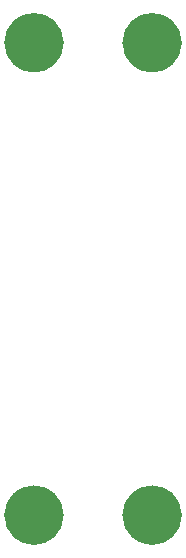
<source format=gbs>
%TF.GenerationSoftware,KiCad,Pcbnew,8.0.8*%
%TF.CreationDate,2025-01-29T16:56:41+00:00*%
%TF.ProjectId,ec30_1x4_l3r3_mh_0.1,65633330-5f31-4783-945f-6c3372335f6d,v0.1*%
%TF.SameCoordinates,PX8d24d00PY36d6160*%
%TF.FileFunction,Soldermask,Bot*%
%TF.FilePolarity,Negative*%
%FSLAX46Y46*%
G04 Gerber Fmt 4.6, Leading zero omitted, Abs format (unit mm)*
G04 Created by KiCad (PCBNEW 8.0.8) date 2025-01-29 16:56:41*
%MOMM*%
%LPD*%
G01*
G04 APERTURE LIST*
%ADD10C,2.500000*%
G04 APERTURE END LIST*
%TO.C,MH4*%
D10*
X6250000Y-20000000D02*
G75*
G02*
X3750000Y-20000000I-1250000J0D01*
G01*
X3750000Y-20000000D02*
G75*
G02*
X6250000Y-20000000I1250000J0D01*
G01*
%TO.C,MH1*%
X-3750000Y20000000D02*
G75*
G02*
X-6250000Y20000000I-1250000J0D01*
G01*
X-6250000Y20000000D02*
G75*
G02*
X-3750000Y20000000I1250000J0D01*
G01*
%TO.C,MH3*%
X-3750000Y-20000000D02*
G75*
G02*
X-6250000Y-20000000I-1250000J0D01*
G01*
X-6250000Y-20000000D02*
G75*
G02*
X-3750000Y-20000000I1250000J0D01*
G01*
%TO.C,MH2*%
X6250000Y20000000D02*
G75*
G02*
X3750000Y20000000I-1250000J0D01*
G01*
X3750000Y20000000D02*
G75*
G02*
X6250000Y20000000I1250000J0D01*
G01*
%TD*%
M02*

</source>
